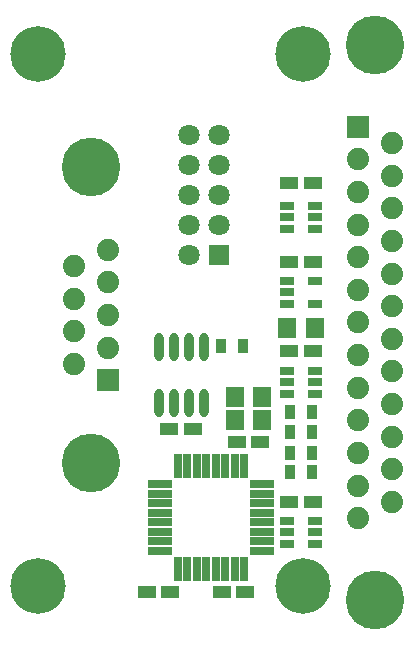
<source format=gts>
G04 Layer_Color=8388736*
%FSAX44Y44*%
%MOMM*%
G71*
G01*
G75*
%ADD47R,1.2032X0.8032*%
%ADD48R,0.9532X1.1532*%
%ADD49R,1.5032X1.1032*%
%ADD50R,1.5532X1.6532*%
%ADD51O,0.8032X2.4032*%
%ADD52R,2.0032X0.6532*%
%ADD53R,0.6532X2.0032*%
%ADD54C,1.8032*%
%ADD55R,1.8032X1.8032*%
%ADD56C,1.8932*%
%ADD57R,1.8932X1.8932*%
%ADD58C,4.9632*%
%ADD59C,4.7032*%
D47*
X00597600Y01006450D02*
D03*
Y00996950D02*
D03*
Y00987450D02*
D03*
X00621600D02*
D03*
Y01006450D02*
D03*
Y00996950D02*
D03*
X00597600Y00866750D02*
D03*
Y00857250D02*
D03*
Y00847750D02*
D03*
X00621600D02*
D03*
Y00866750D02*
D03*
Y00857250D02*
D03*
Y00720750D02*
D03*
Y00730250D02*
D03*
Y00739750D02*
D03*
X00597600D02*
D03*
Y00720750D02*
D03*
Y00730250D02*
D03*
Y00942950D02*
D03*
Y00933450D02*
D03*
Y00923950D02*
D03*
X00621600D02*
D03*
Y00942950D02*
D03*
D48*
X00618600Y00815340D02*
D03*
X00600600D02*
D03*
X00600600Y00831850D02*
D03*
X00618600D02*
D03*
X00600600Y00797560D02*
D03*
X00618600D02*
D03*
X00618600Y00781050D02*
D03*
X00600600D02*
D03*
X00542180Y00887730D02*
D03*
X00560180D02*
D03*
D49*
X00619600Y01026160D02*
D03*
X00599600D02*
D03*
X00619600Y00883920D02*
D03*
X00599600D02*
D03*
Y00755650D02*
D03*
X00619600D02*
D03*
X00542450Y00679450D02*
D03*
X00562450D02*
D03*
X00555150Y00806450D02*
D03*
X00575150D02*
D03*
X00498950Y00679450D02*
D03*
X00478950D02*
D03*
X00498000Y00817880D02*
D03*
X00518000D02*
D03*
X00619600Y00958850D02*
D03*
X00599600D02*
D03*
D50*
X00553400Y00825500D02*
D03*
X00576900D02*
D03*
X00553400Y00844550D02*
D03*
X00576900D02*
D03*
X00621350Y00902970D02*
D03*
X00597850D02*
D03*
D51*
X00527050Y00887600D02*
D03*
X00514350D02*
D03*
X00501650D02*
D03*
X00488950D02*
D03*
X00527050Y00839600D02*
D03*
X00514350D02*
D03*
X00501650D02*
D03*
X00488950D02*
D03*
D52*
X00489900Y00714950D02*
D03*
Y00722950D02*
D03*
Y00730950D02*
D03*
Y00738950D02*
D03*
Y00746950D02*
D03*
Y00754950D02*
D03*
Y00762950D02*
D03*
Y00770950D02*
D03*
X00576900D02*
D03*
Y00762950D02*
D03*
Y00754950D02*
D03*
Y00746950D02*
D03*
Y00738950D02*
D03*
Y00730950D02*
D03*
Y00722950D02*
D03*
Y00714950D02*
D03*
D53*
X00505400Y00786450D02*
D03*
X00513400D02*
D03*
X00521400D02*
D03*
X00529400D02*
D03*
X00537400D02*
D03*
X00545400D02*
D03*
X00553400D02*
D03*
X00561400D02*
D03*
Y00699450D02*
D03*
X00553400D02*
D03*
X00545400D02*
D03*
X00537400D02*
D03*
X00529400D02*
D03*
X00521400D02*
D03*
X00513400D02*
D03*
X00505400D02*
D03*
D54*
X00514350Y01066800D02*
D03*
X00539750D02*
D03*
X00514350Y01041400D02*
D03*
X00539750D02*
D03*
X00514350Y01016000D02*
D03*
X00539750D02*
D03*
X00514350Y00990600D02*
D03*
X00539750D02*
D03*
X00514350Y00965200D02*
D03*
D55*
X00539750D02*
D03*
D56*
X00657880Y00742390D02*
D03*
X00686280Y00756195D02*
D03*
X00657880Y00770000D02*
D03*
X00686280Y00783805D02*
D03*
X00657880Y00797610D02*
D03*
X00686280Y00811415D02*
D03*
X00657880Y00825220D02*
D03*
X00686280Y00839025D02*
D03*
X00657880Y00852830D02*
D03*
X00686280Y00866635D02*
D03*
X00657880Y00880440D02*
D03*
X00686280Y00894245D02*
D03*
X00657880Y00908050D02*
D03*
X00686280Y00921855D02*
D03*
X00657880Y00935660D02*
D03*
X00686280Y00949465D02*
D03*
X00657880Y00963270D02*
D03*
X00686280Y00977075D02*
D03*
X00657880Y00990880D02*
D03*
X00686280Y01004685D02*
D03*
X00657880Y01018490D02*
D03*
X00686280Y01032295D02*
D03*
X00657880Y01046100D02*
D03*
X00686280Y01059905D02*
D03*
X00417350Y00872850D02*
D03*
X00445750Y00886700D02*
D03*
X00417350Y00900550D02*
D03*
X00445750Y00914400D02*
D03*
X00417350Y00928250D02*
D03*
X00445750Y00942100D02*
D03*
X00417350Y00955950D02*
D03*
X00445750Y00969800D02*
D03*
D57*
X00657880Y01073710D02*
D03*
X00445750Y00859000D02*
D03*
D58*
X00672080Y01143310D02*
D03*
Y00672790D02*
D03*
X00431550Y01039350D02*
D03*
Y00789450D02*
D03*
D59*
X00386550Y01135000D02*
D03*
Y00685000D02*
D03*
X00611550D02*
D03*
Y01135000D02*
D03*
M02*

</source>
